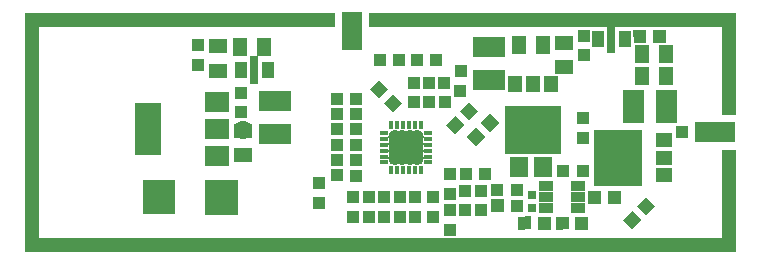
<source format=gbr>
%FSLAX34Y34*%
%MOMM*%
%LNSOLDERMASK_TOP*%
G71*
G01*
%ADD10R,1.100X1.100*%
%ADD11C,1.600*%
%ADD12R,2.100X1.700*%
%ADD13R,2.300X4.400*%
%ADD14R,2.800X2.990*%
%ADD15R,2.800X1.800*%
%ADD16R,1.600X1.300*%
%ADD17R,1.000X1.100*%
%ADD18R,1.300X0.900*%
%ADD19R,0.800X0.800*%
%ADD20R,1.600X1.800*%
%ADD21R,1.300X1.600*%
%ADD22R,1.700X3.200*%
%ADD23R,0.450X0.800*%
%ADD24R,0.800X0.450*%
%ADD25R,2.800X2.800*%
%ADD26C,1.200*%
%ADD27R,1.200X1.320*%
%ADD28R,4.800X4.100*%
%ADD29R,1.320X1.200*%
%ADD30R,4.100X4.800*%
%ADD31R,1.100X1.400*%
%ADD32R,0.800X2.400*%
%ADD33R,3.400X1.700*%
%ADD34C,1.200*%
%LPD*%
X329916Y844025D02*
G54D10*
D03*
X330016Y827325D02*
G54D10*
D03*
X184509Y900816D02*
G54D11*
D03*
X146257Y956200D02*
G54D10*
D03*
X146157Y972900D02*
G54D10*
D03*
X328900Y941000D02*
G54D10*
D03*
X329000Y924300D02*
G54D10*
D03*
X341900Y941000D02*
G54D10*
D03*
X342000Y924300D02*
G54D10*
D03*
X354900Y941000D02*
G54D10*
D03*
X355000Y924300D02*
G54D10*
D03*
G36*
X383767Y917151D02*
X375997Y909364D01*
X368210Y917134D01*
X375980Y924920D01*
X383767Y917151D01*
G37*
G36*
X372029Y905276D02*
X364264Y897485D01*
X356472Y905250D01*
X364237Y913041D01*
X372029Y905276D01*
G37*
X162357Y925014D02*
G54D12*
D03*
X162457Y902014D02*
G54D12*
D03*
X162457Y879014D02*
G54D12*
D03*
X103757Y901914D02*
G54D13*
D03*
X113452Y843971D02*
G54D14*
D03*
G36*
X152252Y858921D02*
X180252Y858921D01*
X180252Y829021D01*
X152252Y829021D01*
X152252Y858921D01*
G37*
X211256Y925791D02*
G54D15*
D03*
X211256Y897791D02*
G54D15*
D03*
X184762Y879869D02*
G54D16*
D03*
X184762Y900469D02*
G54D16*
D03*
X163210Y971797D02*
G54D16*
D03*
X163210Y951197D02*
G54D16*
D03*
X317000Y844000D02*
G54D10*
D03*
X316900Y827300D02*
G54D10*
D03*
X368600Y950800D02*
G54D10*
D03*
X368500Y934100D02*
G54D10*
D03*
X331400Y960100D02*
G54D17*
D03*
X348100Y960000D02*
G54D17*
D03*
X300121Y960104D02*
G54D10*
D03*
X316821Y960004D02*
G54D10*
D03*
X277700Y827500D02*
G54D10*
D03*
X277800Y844200D02*
G54D10*
D03*
X359247Y846600D02*
G54D10*
D03*
X359347Y863300D02*
G54D10*
D03*
X345648Y844100D02*
G54D10*
D03*
X345548Y827400D02*
G54D10*
D03*
X359347Y816300D02*
G54D10*
D03*
X359447Y833000D02*
G54D10*
D03*
X372747Y849700D02*
G54D10*
D03*
X372647Y833000D02*
G54D10*
D03*
X389548Y863500D02*
G54D10*
D03*
X372848Y863600D02*
G54D10*
D03*
X385747Y849700D02*
G54D10*
D03*
X385647Y833000D02*
G54D10*
D03*
X399348Y850500D02*
G54D10*
D03*
X416048Y850400D02*
G54D10*
D03*
G36*
X394147Y842400D02*
X405147Y842401D01*
X405148Y831401D01*
X394148Y831400D01*
X394147Y842400D01*
G37*
X416347Y836800D02*
G54D10*
D03*
X467862Y853774D02*
G54D18*
D03*
X467862Y834774D02*
G54D18*
D03*
X440862Y853774D02*
G54D18*
D03*
X440862Y834774D02*
G54D18*
D03*
X440862Y844274D02*
G54D18*
D03*
X467862Y844274D02*
G54D18*
D03*
X429262Y846150D02*
G54D19*
D03*
X429262Y835050D02*
G54D19*
D03*
X418143Y869712D02*
G54D20*
D03*
X438743Y869712D02*
G54D20*
D03*
G36*
X476796Y849696D02*
X487796Y849704D01*
X487804Y838704D01*
X476804Y838696D01*
X476796Y849696D01*
G37*
G36*
X493499Y849599D02*
X504499Y849601D01*
X504501Y838601D01*
X493501Y838599D01*
X493499Y849599D01*
G37*
X472100Y866400D02*
G54D10*
D03*
X455400Y866500D02*
G54D10*
D03*
G36*
X417591Y827691D02*
X428591Y827709D01*
X428609Y816709D01*
X417609Y816691D01*
X417591Y827691D01*
G37*
G36*
X434291Y827591D02*
X445291Y827609D01*
X445309Y816609D01*
X434309Y816591D01*
X434291Y827591D01*
G37*
G36*
X449096Y827696D02*
X460096Y827704D01*
X460104Y816704D01*
X449104Y816696D01*
X449096Y827696D01*
G37*
G36*
X465799Y827599D02*
X476799Y827601D01*
X476801Y816601D01*
X465801Y816599D01*
X465799Y827599D01*
G37*
X182475Y915974D02*
G54D10*
D03*
X182575Y932674D02*
G54D10*
D03*
X202112Y971250D02*
G54D21*
D03*
X181512Y971250D02*
G54D21*
D03*
X263700Y862500D02*
G54D10*
D03*
X280400Y862400D02*
G54D10*
D03*
X280400Y875500D02*
G54D10*
D03*
X263700Y875600D02*
G54D10*
D03*
X280400Y888500D02*
G54D10*
D03*
X263700Y888600D02*
G54D10*
D03*
X280400Y901500D02*
G54D10*
D03*
X263700Y901600D02*
G54D10*
D03*
X280400Y914500D02*
G54D10*
D03*
X263700Y914600D02*
G54D10*
D03*
X280400Y927500D02*
G54D10*
D03*
X263700Y927600D02*
G54D10*
D03*
X248491Y856091D02*
G54D10*
D03*
X248391Y839391D02*
G54D10*
D03*
X276500Y984500D02*
G54D22*
D03*
X334900Y905000D02*
G54D23*
D03*
X334900Y867000D02*
G54D23*
D03*
X329900Y905000D02*
G54D23*
D03*
X329900Y867000D02*
G54D23*
D03*
X324900Y905000D02*
G54D23*
D03*
X324900Y867000D02*
G54D23*
D03*
X319900Y905000D02*
G54D23*
D03*
X319900Y867000D02*
G54D23*
D03*
X314900Y905000D02*
G54D23*
D03*
X314900Y867000D02*
G54D23*
D03*
X309900Y905000D02*
G54D23*
D03*
X309900Y867000D02*
G54D23*
D03*
X341400Y898500D02*
G54D24*
D03*
X303400Y898500D02*
G54D24*
D03*
X341400Y893500D02*
G54D24*
D03*
X303400Y893500D02*
G54D24*
D03*
X341400Y888500D02*
G54D24*
D03*
X303400Y888500D02*
G54D24*
D03*
X341400Y883500D02*
G54D24*
D03*
X303400Y883500D02*
G54D24*
D03*
X341400Y878500D02*
G54D24*
D03*
X303400Y878500D02*
G54D24*
D03*
X341400Y873500D02*
G54D24*
D03*
X303400Y873500D02*
G54D24*
D03*
X322400Y886000D02*
G54D25*
D03*
X291000Y844086D02*
G54D10*
D03*
X291100Y827386D02*
G54D10*
D03*
X304001Y844086D02*
G54D10*
D03*
X304101Y827386D02*
G54D10*
D03*
X313419Y894995D02*
G54D26*
D03*
X319419Y894995D02*
G54D26*
D03*
X325419Y894995D02*
G54D26*
D03*
X331419Y894995D02*
G54D26*
D03*
X313419Y888995D02*
G54D26*
D03*
X319419Y888995D02*
G54D26*
D03*
X325419Y888995D02*
G54D26*
D03*
X331419Y888995D02*
G54D26*
D03*
X313419Y882995D02*
G54D26*
D03*
X319419Y882995D02*
G54D26*
D03*
X325419Y882995D02*
G54D26*
D03*
X331419Y882995D02*
G54D26*
D03*
X313419Y876995D02*
G54D26*
D03*
X319419Y876995D02*
G54D26*
D03*
X325419Y876995D02*
G54D26*
D03*
X331419Y876995D02*
G54D26*
D03*
G36*
X299618Y943147D02*
X307391Y935364D01*
X299609Y927591D01*
X291835Y935373D01*
X299618Y943147D01*
G37*
G36*
X311507Y931409D02*
X319271Y923617D01*
X311478Y915853D01*
X303714Y923645D01*
X311507Y931409D01*
G37*
G36*
X373879Y895274D02*
X381643Y903067D01*
X389436Y895303D01*
X381672Y887510D01*
X373879Y895274D01*
G37*
G36*
X385617Y907160D02*
X393388Y914946D01*
X401174Y907176D01*
X393403Y899390D01*
X385617Y907160D01*
G37*
X542481Y946400D02*
G54D21*
D03*
X521881Y946400D02*
G54D21*
D03*
X542550Y964999D02*
G54D21*
D03*
X521950Y964999D02*
G54D21*
D03*
X572800Y899300D02*
G54D10*
D03*
X556100Y899200D02*
G54D10*
D03*
G36*
X506303Y824473D02*
X514073Y832259D01*
X521859Y824489D01*
X514089Y816703D01*
X506303Y824473D01*
G37*
G36*
X518041Y836354D02*
X525813Y844139D01*
X533597Y836366D01*
X525825Y828582D01*
X518041Y836354D01*
G37*
G36*
X514991Y985991D02*
X525991Y986009D01*
X526009Y975009D01*
X515009Y974991D01*
X514991Y985991D01*
G37*
G36*
X531691Y985891D02*
X542691Y985909D01*
X542709Y974909D01*
X531709Y974891D01*
X531691Y985891D01*
G37*
X445000Y940000D02*
G54D27*
D03*
X429900Y940000D02*
G54D27*
D03*
X414800Y940000D02*
G54D27*
D03*
X429900Y901100D02*
G54D27*
D03*
X438705Y972567D02*
G54D21*
D03*
X418106Y972567D02*
G54D21*
D03*
X456090Y974914D02*
G54D16*
D03*
X456089Y954314D02*
G54D16*
D03*
X472300Y894000D02*
G54D10*
D03*
X472200Y910700D02*
G54D10*
D03*
X429900Y901100D02*
G54D28*
D03*
X472831Y980883D02*
G54D10*
D03*
X472731Y964183D02*
G54D10*
D03*
X438743Y869712D02*
G54D20*
D03*
X540512Y862552D02*
G54D29*
D03*
X540512Y877652D02*
G54D29*
D03*
X540512Y892752D02*
G54D29*
D03*
X501612Y877652D02*
G54D29*
D03*
X501612Y877652D02*
G54D30*
D03*
X484781Y978328D02*
G54D31*
D03*
X507781Y978328D02*
G54D31*
D03*
X496281Y978328D02*
G54D32*
D03*
X584300Y899000D02*
G54D33*
D03*
X456090Y974915D02*
G54D16*
D03*
X542550Y965099D02*
G54D21*
D03*
X482300Y844200D02*
G54D10*
D03*
X329000Y924300D02*
G54D10*
D03*
X342000Y924300D02*
G54D10*
D03*
X355000Y924300D02*
G54D10*
D03*
X182518Y951658D02*
G54D31*
D03*
X205518Y951658D02*
G54D31*
D03*
X194018Y951658D02*
G54D32*
D03*
G54D34*
X6000Y804000D02*
X596000Y804000D01*
G36*
X6000Y810000D02*
X6000Y798000D01*
X0Y798000D01*
X0Y810000D01*
X6000Y810000D01*
G37*
G36*
X596000Y798000D02*
X596000Y810000D01*
X602000Y810000D01*
X602000Y798000D01*
X596000Y798000D01*
G37*
G54D34*
X6000Y994000D02*
X256000Y994000D01*
G36*
X6000Y1000000D02*
X6000Y988000D01*
X0Y988000D01*
X0Y1000000D01*
X6000Y1000000D01*
G37*
G36*
X256000Y988000D02*
X256000Y1000000D01*
X262000Y1000000D01*
X262000Y988000D01*
X256000Y988000D01*
G37*
G54D34*
X297000Y994000D02*
X596000Y994000D01*
G36*
X297000Y1000000D02*
X297000Y988000D01*
X291000Y988000D01*
X291000Y1000000D01*
X297000Y1000000D01*
G37*
G36*
X596000Y988000D02*
X596000Y1000000D01*
X602000Y1000000D01*
X602000Y988000D01*
X596000Y988000D01*
G37*
G54D34*
X6000Y984000D02*
X6000Y814000D01*
G36*
X12000Y984000D02*
X0Y984000D01*
X1Y990000D01*
X12001Y990000D01*
X12000Y984000D01*
G37*
G36*
X0Y814000D02*
X12000Y814000D01*
X12000Y808000D01*
X0Y808000D01*
X0Y814000D01*
G37*
G54D34*
X596000Y985000D02*
X596000Y920000D01*
G36*
X602000Y985000D02*
X590000Y985000D01*
X590000Y991000D01*
X602000Y991000D01*
X602000Y985000D01*
G37*
G36*
X590000Y920000D02*
X602000Y920000D01*
X602000Y914000D01*
X590000Y914000D01*
X590000Y920000D01*
G37*
G54D34*
X596000Y878000D02*
X596000Y804000D01*
G36*
X602000Y878000D02*
X590000Y878000D01*
X590000Y884000D01*
X602000Y884000D01*
X602000Y878000D01*
G37*
G36*
X590000Y804000D02*
X602000Y804000D01*
X602000Y798000D01*
X590000Y798000D01*
X590000Y804000D01*
G37*
X163210Y951197D02*
G54D16*
D03*
X181512Y971250D02*
G54D21*
D03*
G36*
X505981Y935000D02*
X523981Y935000D01*
X523982Y907000D01*
X505982Y907000D01*
X505981Y935000D01*
G37*
G36*
X533981Y935000D02*
X551981Y935000D01*
X551982Y907000D01*
X533982Y907000D01*
X533981Y935000D01*
G37*
X392756Y943190D02*
G54D15*
D03*
X392756Y971191D02*
G54D15*
D03*
X368500Y934100D02*
G54D10*
D03*
M02*

</source>
